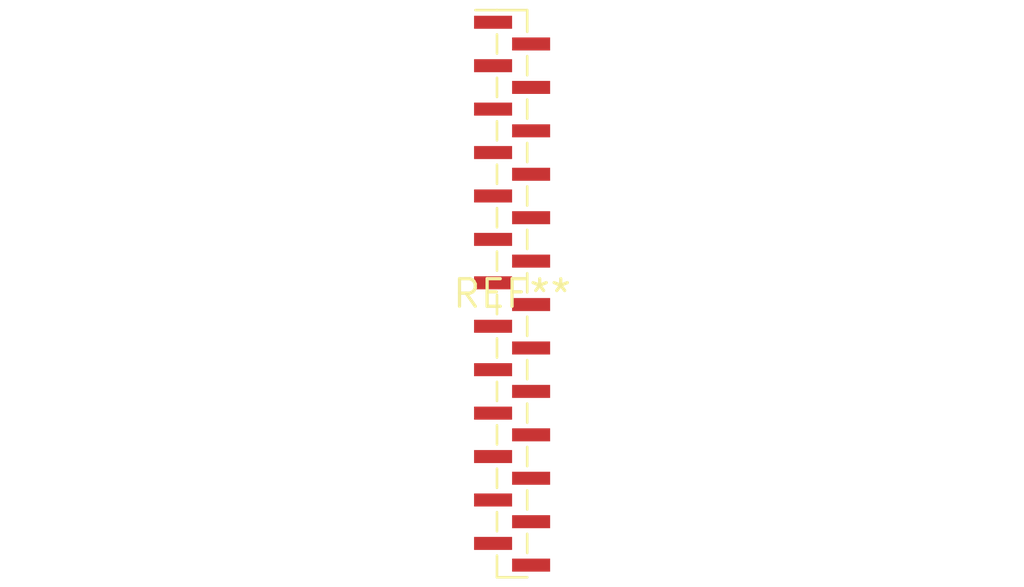
<source format=kicad_pcb>
(kicad_pcb (version 20240108) (generator pcbnew)
  (layers (0 "F.Cu" signal) (31 "B.Cu" signal) (34 "B.Paste" user) (35 "F.Paste" user) (36 "B.SilkS" user "B.Silkscreen") (37 "F.SilkS" user "F.Silkscreen") (38 "B.Mask" user) (39 "F.Mask" user) (44 "Edge.Cuts" user))
  (net 0 "")
  (footprint "PinHeader_1x26_P1.00mm_Vertical_SMD_Pin1Left" (layer "F.Cu") (at 0 0)
    (property "Reference" "REF**")
    (property "Value" "PinHeader_1x26_P1.00mm_Vertical_SMD_Pin1Left")
    (fp_line (start -0.695 -13.06) (end -1.69 -13.06) (layer "F.SilkS") (stroke (width 0.12)))
    (fp_line (start -0.695 -13.06) (end -0.695 -13.06) (layer "F.SilkS") (stroke (width 0.12)))
    (fp_line (start -0.695 -13.06) (end 0.695 -13.06) (layer "F.SilkS") (stroke (width 0.12)))
    (fp_line (start -0.695 -11.94) (end -0.695 -11.06) (layer "F.SilkS") (stroke (width 0.12)))
    (fp_line (start -0.695 -9.94) (end -0.695 -9.06) (layer "F.SilkS") (stroke (width 0.12)))
    (fp_line (start -0.695 -7.94) (end -0.695 -7.06) (layer "F.SilkS") (stroke (width 0.12)))
    (fp_line (start -0.695 -5.94) (end -0.695 -5.06) (layer "F.SilkS") (stroke (width 0.12)))
    (fp_line (start -0.695 -3.94) (end -0.695 -3.06) (layer "F.SilkS") (stroke (width 0.12)))
    (fp_line (start -0.695 -1.94) (end -0.695 -1.06) (layer "F.SilkS") (stroke (width 0.12)))
    (fp_line (start -0.695 0.06) (end -0.695 0.94) (layer "F.SilkS") (stroke (width 0.12)))
    (fp_line (start -0.695 2.06) (end -0.695 2.94) (layer "F.SilkS") (stroke (width 0.12)))
    (fp_line (start -0.695 4.06) (end -0.695 4.94) (layer "F.SilkS") (stroke (width 0.12)))
    (fp_line (start -0.695 6.06) (end -0.695 6.94) (layer "F.SilkS") (stroke (width 0.12)))
    (fp_line (start -0.695 8.06) (end -0.695 8.94) (layer "F.SilkS") (stroke (width 0.12)))
    (fp_line (start -0.695 10.06) (end -0.695 10.94) (layer "F.SilkS") (stroke (width 0.12)))
    (fp_line (start -0.695 12.06) (end -0.695 13.06) (layer "F.SilkS") (stroke (width 0.12)))
    (fp_line (start -0.695 13.06) (end 0.695 13.06) (layer "F.SilkS") (stroke (width 0.12)))
    (fp_line (start 0.695 -13.06) (end 0.695 -12.06) (layer "F.SilkS") (stroke (width 0.12)))
    (fp_line (start 0.695 -10.94) (end 0.695 -10.06) (layer "F.SilkS") (stroke (width 0.12)))
    (fp_line (start 0.695 -8.94) (end 0.695 -8.06) (layer "F.SilkS") (stroke (width 0.12)))
    (fp_line (start 0.695 -6.94) (end 0.695 -6.06) (layer "F.SilkS") (stroke (width 0.12)))
    (fp_line (start 0.695 -4.94) (end 0.695 -4.06) (layer "F.SilkS") (stroke (width 0.12)))
    (fp_line (start 0.695 -2.94) (end 0.695 -2.06) (layer "F.SilkS") (stroke (width 0.12)))
    (fp_line (start 0.695 -0.94) (end 0.695 -0.06) (layer "F.SilkS") (stroke (width 0.12)))
    (fp_line (start 0.695 1.06) (end 0.695 1.94) (layer "F.SilkS") (stroke (width 0.12)))
    (fp_line (start 0.695 3.06) (end 0.695 3.94) (layer "F.SilkS") (stroke (width 0.12)))
    (fp_line (start 0.695 5.06) (end 0.695 5.94) (layer "F.SilkS") (stroke (width 0.12)))
    (fp_line (start 0.695 7.06) (end 0.695 7.94) (layer "F.SilkS") (stroke (width 0.12)))
    (fp_line (start 0.695 9.06) (end 0.695 9.94) (layer "F.SilkS") (stroke (width 0.12)))
    (fp_line (start 0.695 11.06) (end 0.695 11.94) (layer "F.SilkS") (stroke (width 0.12)))
    (fp_line (start 0.695 13.06) (end 0.695 13.06) (layer "F.SilkS") (stroke (width 0.12)))
    (pad "1" smd rect (at -0.875 -12.5) (size 1.75 0.6) (layers "F.Cu" "F.Paste" "F.Mask"))
    (pad "2" smd rect (at 0.875 -11.5) (size 1.75 0.6) (layers "F.Cu" "F.Paste" "F.Mask"))
    (pad "3" smd rect (at -0.875 -10.5) (size 1.75 0.6) (layers "F.Cu" "F.Paste" "F.Mask"))
    (pad "4" smd rect (at 0.875 -9.5) (size 1.75 0.6) (layers "F.Cu" "F.Paste" "F.Mask"))
    (pad "5" smd rect (at -0.875 -8.5) (size 1.75 0.6) (layers "F.Cu" "F.Paste" "F.Mask"))
    (pad "6" smd rect (at 0.875 -7.5) (size 1.75 0.6) (layers "F.Cu" "F.Paste" "F.Mask"))
    (pad "7" smd rect (at -0.875 -6.5) (size 1.75 0.6) (layers "F.Cu" "F.Paste" "F.Mask"))
    (pad "8" smd rect (at 0.875 -5.5) (size 1.75 0.6) (layers "F.Cu" "F.Paste" "F.Mask"))
    (pad "9" smd rect (at -0.875 -4.5) (size 1.75 0.6) (layers "F.Cu" "F.Paste" "F.Mask"))
    (pad "10" smd rect (at 0.875 -3.5) (size 1.75 0.6) (layers "F.Cu" "F.Paste" "F.Mask"))
    (pad "11" smd rect (at -0.875 -2.5) (size 1.75 0.6) (layers "F.Cu" "F.Paste" "F.Mask"))
    (pad "12" smd rect (at 0.875 -1.5) (size 1.75 0.6) (layers "F.Cu" "F.Paste" "F.Mask"))
    (pad "13" smd rect (at -0.875 -0.5) (size 1.75 0.6) (layers "F.Cu" "F.Paste" "F.Mask"))
    (pad "14" smd rect (at 0.875 0.5) (size 1.75 0.6) (layers "F.Cu" "F.Paste" "F.Mask"))
    (pad "15" smd rect (at -0.875 1.5) (size 1.75 0.6) (layers "F.Cu" "F.Paste" "F.Mask"))
    (pad "16" smd rect (at 0.875 2.5) (size 1.75 0.6) (layers "F.Cu" "F.Paste" "F.Mask"))
    (pad "17" smd rect (at -0.875 3.5) (size 1.75 0.6) (layers "F.Cu" "F.Paste" "F.Mask"))
    (pad "18" smd rect (at 0.875 4.5) (size 1.75 0.6) (layers "F.Cu" "F.Paste" "F.Mask"))
    (pad "19" smd rect (at -0.875 5.5) (size 1.75 0.6) (layers "F.Cu" "F.Paste" "F.Mask"))
    (pad "20" smd rect (at 0.875 6.5) (size 1.75 0.6) (layers "F.Cu" "F.Paste" "F.Mask"))
    (pad "21" smd rect (at -0.875 7.5) (size 1.75 0.6) (layers "F.Cu" "F.Paste" "F.Mask"))
    (pad "22" smd rect (at 0.875 8.5) (size 1.75 0.6) (layers "F.Cu" "F.Paste" "F.Mask"))
    (pad "23" smd rect (at -0.875 9.5) (size 1.75 0.6) (layers "F.Cu" "F.Paste" "F.Mask"))
    (pad "24" smd rect (at 0.875 10.5) (size 1.75 0.6) (layers "F.Cu" "F.Paste" "F.Mask"))
    (pad "25" smd rect (at -0.875 11.5) (size 1.75 0.6) (layers "F.Cu" "F.Paste" "F.Mask"))
    (pad "26" smd rect (at 0.875 12.5) (size 1.75 0.6) (layers "F.Cu" "F.Paste" "F.Mask"))
  )
)
</source>
